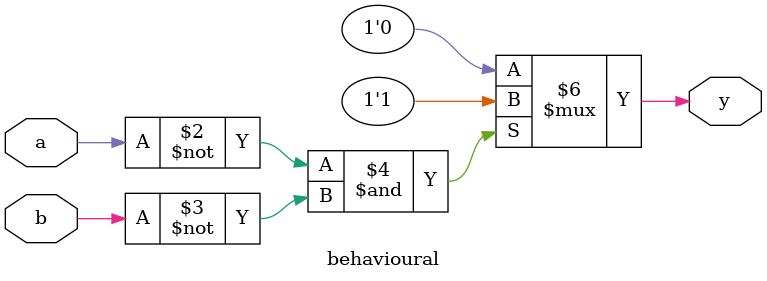
<source format=v>


module behavioural(y,a,b);
input a,b;
output y;
reg y;


//in behavioural model "Always block and Case statements" will be used

always @(a or b)
begin

if(a == 1'b0 & b == 1'b0)
y=1'b1;
else 
y=1'b0;


end
endmodule


</source>
